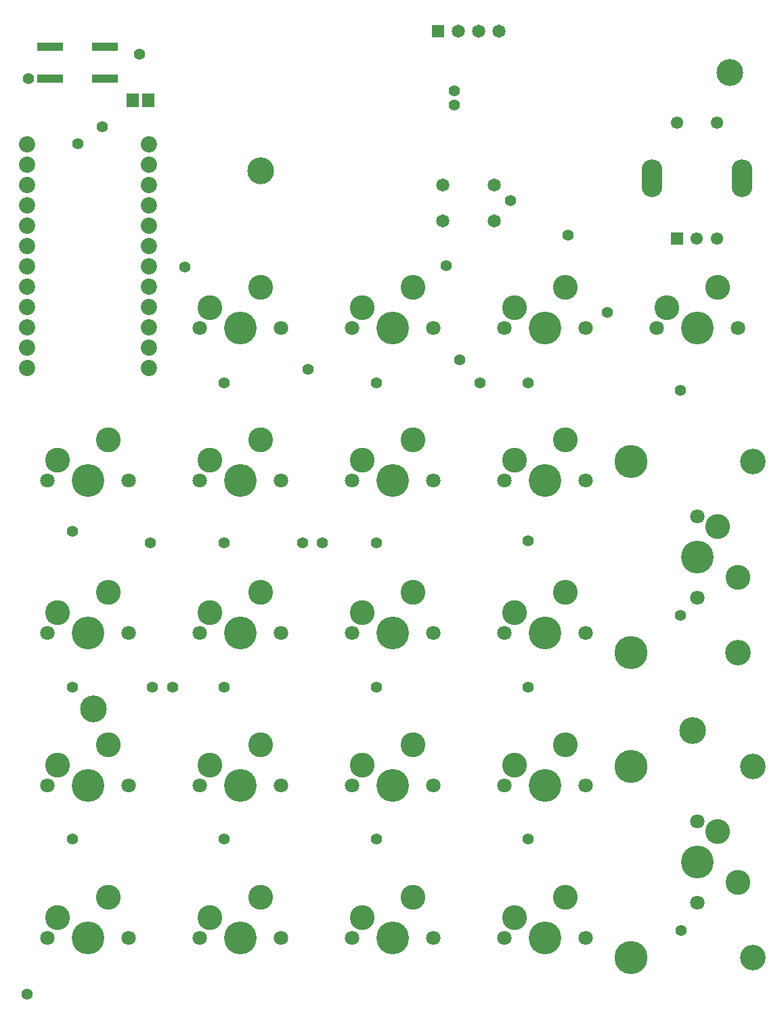
<source format=gts>
G04*
G04 #@! TF.GenerationSoftware,Altium Limited,Altium Designer,21.9.1 (22)*
G04*
G04 Layer_Color=8388736*
%FSLAX25Y25*%
%MOIN*%
G70*
G04*
G04 #@! TF.SameCoordinates,29281BF1-B37C-4538-9C3D-308B06FF8435*
G04*
G04*
G04 #@! TF.FilePolarity,Negative*
G04*
G01*
G75*
%ADD14R,0.06102X0.06693*%
%ADD15R,0.12598X0.03937*%
%ADD16C,0.16291*%
%ADD17C,0.12591*%
%ADD18C,0.12213*%
%ADD19C,0.07102*%
%ADD20C,0.16102*%
%ADD21C,0.13189*%
G04:AMPARAMS|DCode=22|XSize=102.36mil|YSize=185.04mil|CornerRadius=51.18mil|HoleSize=0mil|Usage=FLASHONLY|Rotation=0.000|XOffset=0mil|YOffset=0mil|HoleType=Round|Shape=RoundedRectangle|*
%AMROUNDEDRECTD22*
21,1,0.10236,0.08268,0,0,0.0*
21,1,0.00000,0.18504,0,0,0.0*
1,1,0.10236,0.00000,-0.04134*
1,1,0.10236,0.00000,-0.04134*
1,1,0.10236,0.00000,0.04134*
1,1,0.10236,0.00000,0.04134*
%
%ADD22ROUNDEDRECTD22*%
%ADD23C,0.06102*%
%ADD24R,0.06102X0.06102*%
%ADD25R,0.06496X0.06496*%
%ADD26C,0.06496*%
%ADD27C,0.07991*%
%ADD28C,0.05591*%
D14*
X1571063Y922638D02*
D03*
X1578543D02*
D03*
D15*
X1557283Y933071D02*
D03*
X1530512D02*
D03*
X1557283Y948819D02*
D03*
X1530512D02*
D03*
D16*
X1816378Y744705D02*
D03*
Y650705D02*
D03*
Y594705D02*
D03*
Y500705D02*
D03*
D17*
X1868878Y650705D02*
D03*
X1876378Y744705D02*
D03*
Y594705D02*
D03*
Y500705D02*
D03*
D18*
X1858878Y562705D02*
D03*
X1868878Y537705D02*
D03*
X1758878Y520433D02*
D03*
X1783878Y530433D02*
D03*
X1683878Y520433D02*
D03*
X1708878Y530433D02*
D03*
X1608878Y520433D02*
D03*
X1633878Y530433D02*
D03*
X1533878Y520433D02*
D03*
X1558878Y530433D02*
D03*
X1533878Y595433D02*
D03*
X1558878Y605433D02*
D03*
X1608878Y595433D02*
D03*
X1633878Y605433D02*
D03*
X1683878Y595433D02*
D03*
X1708878Y605433D02*
D03*
X1758878Y595433D02*
D03*
X1783878Y605433D02*
D03*
X1758878Y670433D02*
D03*
X1783878Y680433D02*
D03*
X1683878Y670433D02*
D03*
X1708878Y680433D02*
D03*
X1608878Y670433D02*
D03*
X1633878Y680433D02*
D03*
X1533878Y670433D02*
D03*
X1558878Y680433D02*
D03*
Y755433D02*
D03*
X1533878Y745433D02*
D03*
X1608878D02*
D03*
X1633878Y755433D02*
D03*
X1683878Y745433D02*
D03*
X1708878Y755433D02*
D03*
X1758878Y745433D02*
D03*
X1783878Y755433D02*
D03*
X1858878Y712705D02*
D03*
X1868878Y687705D02*
D03*
X1858878Y830433D02*
D03*
X1833878Y820433D02*
D03*
X1783878Y830433D02*
D03*
X1758878Y820433D02*
D03*
X1708878Y830433D02*
D03*
X1683878Y820433D02*
D03*
X1633878Y830433D02*
D03*
X1608878Y820433D02*
D03*
D19*
X1848878Y527705D02*
D03*
Y567705D02*
D03*
X1793878Y510433D02*
D03*
X1753878D02*
D03*
X1718878D02*
D03*
X1678878D02*
D03*
X1643878D02*
D03*
X1603878D02*
D03*
X1568878D02*
D03*
X1528878D02*
D03*
X1568878Y585433D02*
D03*
X1528878D02*
D03*
X1643878D02*
D03*
X1603878D02*
D03*
X1718878D02*
D03*
X1678878D02*
D03*
X1793878D02*
D03*
X1753878D02*
D03*
X1793878Y660433D02*
D03*
X1753878D02*
D03*
X1718878D02*
D03*
X1678878D02*
D03*
X1643878D02*
D03*
X1603878D02*
D03*
X1568878D02*
D03*
X1528878D02*
D03*
Y735433D02*
D03*
X1568878D02*
D03*
X1643878D02*
D03*
X1603878D02*
D03*
X1718878D02*
D03*
X1678878D02*
D03*
X1793878D02*
D03*
X1753878D02*
D03*
X1848878Y677705D02*
D03*
Y717705D02*
D03*
X1828878Y810433D02*
D03*
X1868878D02*
D03*
X1753878D02*
D03*
X1793878D02*
D03*
X1678878D02*
D03*
X1718878D02*
D03*
X1603878D02*
D03*
X1643878D02*
D03*
D20*
X1848878Y547705D02*
D03*
X1773878Y510433D02*
D03*
X1698878D02*
D03*
X1623878D02*
D03*
X1548878D02*
D03*
Y585433D02*
D03*
X1623878D02*
D03*
X1698878D02*
D03*
X1773878D02*
D03*
Y660433D02*
D03*
X1698878D02*
D03*
X1623878D02*
D03*
X1548878D02*
D03*
Y735433D02*
D03*
X1623878D02*
D03*
X1698878D02*
D03*
X1773878D02*
D03*
X1848878Y697705D02*
D03*
Y810433D02*
D03*
X1773878D02*
D03*
X1698878D02*
D03*
X1623878D02*
D03*
D21*
X1551575Y623228D02*
D03*
X1865158Y936024D02*
D03*
X1633858Y887795D02*
D03*
X1846700Y612400D02*
D03*
D22*
X1870866Y884061D02*
D03*
X1826772D02*
D03*
D23*
X1858661Y911620D02*
D03*
X1838976D02*
D03*
X1858661Y854533D02*
D03*
X1848819D02*
D03*
D24*
X1838976D02*
D03*
D25*
X1721378Y956594D02*
D03*
D26*
X1731378D02*
D03*
X1741378D02*
D03*
X1751378D02*
D03*
X1749173Y880837D02*
D03*
Y863120D02*
D03*
X1723583D02*
D03*
Y880837D02*
D03*
D27*
X1578878Y900886D02*
D03*
Y890886D02*
D03*
Y880886D02*
D03*
Y870886D02*
D03*
Y860886D02*
D03*
Y850886D02*
D03*
Y840886D02*
D03*
Y830886D02*
D03*
Y820886D02*
D03*
Y810886D02*
D03*
Y800886D02*
D03*
Y790886D02*
D03*
X1518878Y900886D02*
D03*
Y890886D02*
D03*
Y880886D02*
D03*
Y870886D02*
D03*
Y860886D02*
D03*
Y850886D02*
D03*
Y840886D02*
D03*
Y830886D02*
D03*
Y820886D02*
D03*
Y810886D02*
D03*
Y800886D02*
D03*
Y790886D02*
D03*
D28*
X1616142Y633858D02*
D03*
X1519685Y933071D02*
D03*
X1556102Y909449D02*
D03*
X1729331Y920276D02*
D03*
Y927165D02*
D03*
X1785433Y856299D02*
D03*
X1541339Y710630D02*
D03*
X1579724Y704724D02*
D03*
X1616142D02*
D03*
X1654528D02*
D03*
X1664370D02*
D03*
X1690945D02*
D03*
X1840846Y779823D02*
D03*
X1765748Y705709D02*
D03*
X1742126Y783465D02*
D03*
X1765748D02*
D03*
X1690945D02*
D03*
X1616142D02*
D03*
X1756890Y873032D02*
D03*
X1580646Y633858D02*
D03*
X1541339D02*
D03*
X1590551D02*
D03*
X1840551Y669291D02*
D03*
X1690945Y633858D02*
D03*
X1765748D02*
D03*
X1541339Y559055D02*
D03*
X1616142D02*
D03*
X1690945D02*
D03*
X1765748D02*
D03*
X1841043Y514272D02*
D03*
X1657480Y790158D02*
D03*
X1732185Y794882D02*
D03*
X1596555Y840433D02*
D03*
X1804823Y818012D02*
D03*
X1725197Y841043D02*
D03*
X1543898Y901024D02*
D03*
X1574508Y945177D02*
D03*
X1518878Y482933D02*
D03*
M02*

</source>
